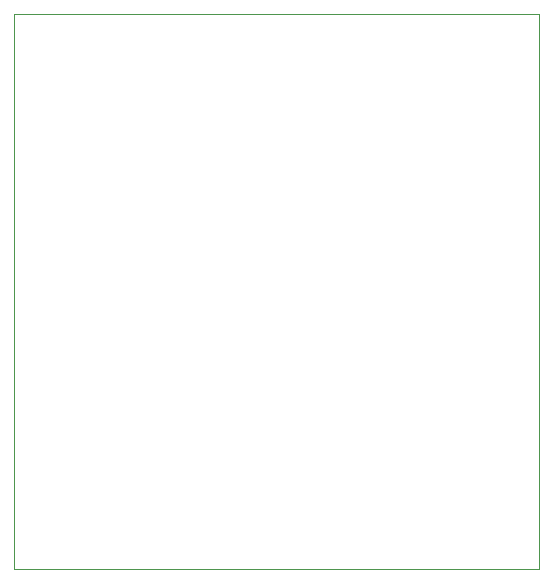
<source format=gbr>
%TF.GenerationSoftware,KiCad,Pcbnew,(6.0.6)*%
%TF.CreationDate,2022-10-10T23:24:51+05:30*%
%TF.ProjectId,exp2,65787032-2e6b-4696-9361-645f70636258,rev?*%
%TF.SameCoordinates,Original*%
%TF.FileFunction,Profile,NP*%
%FSLAX46Y46*%
G04 Gerber Fmt 4.6, Leading zero omitted, Abs format (unit mm)*
G04 Created by KiCad (PCBNEW (6.0.6)) date 2022-10-10 23:24:51*
%MOMM*%
%LPD*%
G01*
G04 APERTURE LIST*
%TA.AperFunction,Profile*%
%ADD10C,0.100000*%
%TD*%
G04 APERTURE END LIST*
D10*
X142240000Y-76200000D02*
X142240000Y-123190000D01*
X97790000Y-76200000D02*
X142240000Y-76200000D01*
X97790000Y-123190000D02*
X97790000Y-76200000D01*
X142240000Y-123190000D02*
X97790000Y-123190000D01*
M02*

</source>
